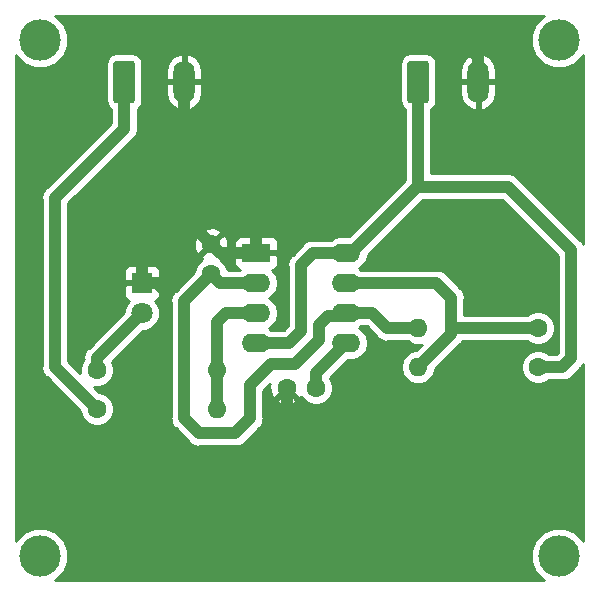
<source format=gbl>
G04 #@! TF.GenerationSoftware,KiCad,Pcbnew,5.0.2-bee76a0~70~ubuntu18.04.1*
G04 #@! TF.CreationDate,2019-02-10T19:22:37-02:00*
G04 #@! TF.ProjectId,555-Oscilador-pisca-r01,3535352d-4f73-4636-996c-61646f722d70,rev?*
G04 #@! TF.SameCoordinates,Original*
G04 #@! TF.FileFunction,Copper,L2,Bot*
G04 #@! TF.FilePolarity,Positive*
%FSLAX46Y46*%
G04 Gerber Fmt 4.6, Leading zero omitted, Abs format (unit mm)*
G04 Created by KiCad (PCBNEW 5.0.2-bee76a0~70~ubuntu18.04.1) date dom 10 fev 2019 19:22:37 -02*
%MOMM*%
%LPD*%
G01*
G04 APERTURE LIST*
G04 #@! TA.AperFunction,ComponentPad*
%ADD10C,1.600000*%
G04 #@! TD*
G04 #@! TA.AperFunction,ComponentPad*
%ADD11O,1.600000X1.600000*%
G04 #@! TD*
G04 #@! TA.AperFunction,ComponentPad*
%ADD12O,1.800000X3.600000*%
G04 #@! TD*
G04 #@! TA.AperFunction,Conductor*
%ADD13C,0.100000*%
G04 #@! TD*
G04 #@! TA.AperFunction,ComponentPad*
%ADD14C,1.800000*%
G04 #@! TD*
G04 #@! TA.AperFunction,ComponentPad*
%ADD15R,1.800000X1.800000*%
G04 #@! TD*
G04 #@! TA.AperFunction,ComponentPad*
%ADD16R,2.400000X1.600000*%
G04 #@! TD*
G04 #@! TA.AperFunction,ComponentPad*
%ADD17O,2.400000X1.600000*%
G04 #@! TD*
G04 #@! TA.AperFunction,ViaPad*
%ADD18C,3.500000*%
G04 #@! TD*
G04 #@! TA.AperFunction,Conductor*
%ADD19C,1.000000*%
G04 #@! TD*
G04 #@! TA.AperFunction,Conductor*
%ADD20C,0.254000*%
G04 #@! TD*
G04 APERTURE END LIST*
D10*
G04 #@! TO.P,R4,1*
G04 #@! TO.N,Net-(R1-Pad2)*
X161036000Y-111252000D03*
D11*
G04 #@! TO.P,R4,2*
G04 #@! TO.N,Net-(C1-Pad1)*
X150876000Y-111252000D03*
G04 #@! TD*
D12*
G04 #@! TO.P,J2,2*
G04 #@! TO.N,GND*
X155956000Y-90424000D03*
D13*
G04 #@! TD*
G04 #@! TO.N,VDC*
G04 #@! TO.C,J2*
G36*
X151550504Y-88625204D02*
X151574773Y-88628804D01*
X151598571Y-88634765D01*
X151621671Y-88643030D01*
X151643849Y-88653520D01*
X151664893Y-88666133D01*
X151684598Y-88680747D01*
X151702777Y-88697223D01*
X151719253Y-88715402D01*
X151733867Y-88735107D01*
X151746480Y-88756151D01*
X151756970Y-88778329D01*
X151765235Y-88801429D01*
X151771196Y-88825227D01*
X151774796Y-88849496D01*
X151776000Y-88874000D01*
X151776000Y-91974000D01*
X151774796Y-91998504D01*
X151771196Y-92022773D01*
X151765235Y-92046571D01*
X151756970Y-92069671D01*
X151746480Y-92091849D01*
X151733867Y-92112893D01*
X151719253Y-92132598D01*
X151702777Y-92150777D01*
X151684598Y-92167253D01*
X151664893Y-92181867D01*
X151643849Y-92194480D01*
X151621671Y-92204970D01*
X151598571Y-92213235D01*
X151574773Y-92219196D01*
X151550504Y-92222796D01*
X151526000Y-92224000D01*
X150226000Y-92224000D01*
X150201496Y-92222796D01*
X150177227Y-92219196D01*
X150153429Y-92213235D01*
X150130329Y-92204970D01*
X150108151Y-92194480D01*
X150087107Y-92181867D01*
X150067402Y-92167253D01*
X150049223Y-92150777D01*
X150032747Y-92132598D01*
X150018133Y-92112893D01*
X150005520Y-92091849D01*
X149995030Y-92069671D01*
X149986765Y-92046571D01*
X149980804Y-92022773D01*
X149977204Y-91998504D01*
X149976000Y-91974000D01*
X149976000Y-88874000D01*
X149977204Y-88849496D01*
X149980804Y-88825227D01*
X149986765Y-88801429D01*
X149995030Y-88778329D01*
X150005520Y-88756151D01*
X150018133Y-88735107D01*
X150032747Y-88715402D01*
X150049223Y-88697223D01*
X150067402Y-88680747D01*
X150087107Y-88666133D01*
X150108151Y-88653520D01*
X150130329Y-88643030D01*
X150153429Y-88634765D01*
X150177227Y-88628804D01*
X150201496Y-88625204D01*
X150226000Y-88624000D01*
X151526000Y-88624000D01*
X151550504Y-88625204D01*
X151550504Y-88625204D01*
G37*
D14*
G04 #@! TO.P,J2,1*
G04 #@! TO.N,VDC*
X150876000Y-90424000D03*
G04 #@! TD*
D13*
G04 #@! TO.N,Net-(J1-Pad1)*
G04 #@! TO.C,J1*
G36*
X126658504Y-88625204D02*
X126682773Y-88628804D01*
X126706571Y-88634765D01*
X126729671Y-88643030D01*
X126751849Y-88653520D01*
X126772893Y-88666133D01*
X126792598Y-88680747D01*
X126810777Y-88697223D01*
X126827253Y-88715402D01*
X126841867Y-88735107D01*
X126854480Y-88756151D01*
X126864970Y-88778329D01*
X126873235Y-88801429D01*
X126879196Y-88825227D01*
X126882796Y-88849496D01*
X126884000Y-88874000D01*
X126884000Y-91974000D01*
X126882796Y-91998504D01*
X126879196Y-92022773D01*
X126873235Y-92046571D01*
X126864970Y-92069671D01*
X126854480Y-92091849D01*
X126841867Y-92112893D01*
X126827253Y-92132598D01*
X126810777Y-92150777D01*
X126792598Y-92167253D01*
X126772893Y-92181867D01*
X126751849Y-92194480D01*
X126729671Y-92204970D01*
X126706571Y-92213235D01*
X126682773Y-92219196D01*
X126658504Y-92222796D01*
X126634000Y-92224000D01*
X125334000Y-92224000D01*
X125309496Y-92222796D01*
X125285227Y-92219196D01*
X125261429Y-92213235D01*
X125238329Y-92204970D01*
X125216151Y-92194480D01*
X125195107Y-92181867D01*
X125175402Y-92167253D01*
X125157223Y-92150777D01*
X125140747Y-92132598D01*
X125126133Y-92112893D01*
X125113520Y-92091849D01*
X125103030Y-92069671D01*
X125094765Y-92046571D01*
X125088804Y-92022773D01*
X125085204Y-91998504D01*
X125084000Y-91974000D01*
X125084000Y-88874000D01*
X125085204Y-88849496D01*
X125088804Y-88825227D01*
X125094765Y-88801429D01*
X125103030Y-88778329D01*
X125113520Y-88756151D01*
X125126133Y-88735107D01*
X125140747Y-88715402D01*
X125157223Y-88697223D01*
X125175402Y-88680747D01*
X125195107Y-88666133D01*
X125216151Y-88653520D01*
X125238329Y-88643030D01*
X125261429Y-88634765D01*
X125285227Y-88628804D01*
X125309496Y-88625204D01*
X125334000Y-88624000D01*
X126634000Y-88624000D01*
X126658504Y-88625204D01*
X126658504Y-88625204D01*
G37*
D14*
G04 #@! TD*
G04 #@! TO.P,J1,1*
G04 #@! TO.N,Net-(J1-Pad1)*
X125984000Y-90424000D03*
D12*
G04 #@! TO.P,J1,2*
G04 #@! TO.N,GND*
X131064000Y-90424000D03*
G04 #@! TD*
D10*
G04 #@! TO.P,C2,2*
G04 #@! TO.N,GND*
X139740000Y-116332000D03*
G04 #@! TO.P,C2,1*
G04 #@! TO.N,Net-(C2-Pad1)*
X142240000Y-116332000D03*
G04 #@! TD*
G04 #@! TO.P,C1,1*
G04 #@! TO.N,Net-(C1-Pad1)*
X133350000Y-106680000D03*
G04 #@! TO.P,C1,2*
G04 #@! TO.N,GND*
X133350000Y-104180000D03*
G04 #@! TD*
D15*
G04 #@! TO.P,D3,1*
G04 #@! TO.N,GND*
X127508000Y-107442000D03*
D14*
G04 #@! TO.P,D3,2*
G04 #@! TO.N,Net-(D3-Pad2)*
X127508000Y-109982000D03*
G04 #@! TD*
D16*
G04 #@! TO.P,U1,1*
G04 #@! TO.N,GND*
X137160000Y-104902000D03*
D17*
G04 #@! TO.P,U1,5*
G04 #@! TO.N,Net-(C2-Pad1)*
X144780000Y-112522000D03*
G04 #@! TO.P,U1,2*
G04 #@! TO.N,Net-(C1-Pad1)*
X137160000Y-107442000D03*
G04 #@! TO.P,U1,6*
X144780000Y-109982000D03*
G04 #@! TO.P,U1,3*
G04 #@! TO.N,Net-(R2-Pad2)*
X137160000Y-109982000D03*
G04 #@! TO.P,U1,7*
G04 #@! TO.N,Net-(R1-Pad2)*
X144780000Y-107442000D03*
G04 #@! TO.P,U1,4*
G04 #@! TO.N,VDC*
X137160000Y-112522000D03*
G04 #@! TO.P,U1,8*
X144780000Y-104902000D03*
G04 #@! TD*
D10*
G04 #@! TO.P,R3,1*
G04 #@! TO.N,Net-(J1-Pad1)*
X123698000Y-118110000D03*
D11*
G04 #@! TO.P,R3,2*
G04 #@! TO.N,Net-(R2-Pad2)*
X133858000Y-118110000D03*
G04 #@! TD*
G04 #@! TO.P,R2,2*
G04 #@! TO.N,Net-(R2-Pad2)*
X133858000Y-114808000D03*
D10*
G04 #@! TO.P,R2,1*
G04 #@! TO.N,Net-(D3-Pad2)*
X123698000Y-114808000D03*
G04 #@! TD*
G04 #@! TO.P,R1,1*
G04 #@! TO.N,VDC*
X161036000Y-114554000D03*
D11*
G04 #@! TO.P,R1,2*
G04 #@! TO.N,Net-(R1-Pad2)*
X150876000Y-114554000D03*
G04 #@! TD*
D18*
G04 #@! TO.N,*
X118872000Y-130556000D03*
X162814000Y-130556000D03*
X162814000Y-86868000D03*
X118872000Y-86868000D03*
G04 #@! TD*
D19*
G04 #@! TO.N,VDC*
X161036000Y-114554000D02*
X163068000Y-114554000D01*
X163068000Y-114554000D02*
X163830000Y-113792000D01*
X163830000Y-104648000D02*
X163830000Y-113792000D01*
X158456000Y-99274000D02*
X163830000Y-104648000D01*
X137160000Y-112522000D02*
X137560000Y-112522000D01*
X137560000Y-112522000D02*
X139954000Y-112522000D01*
X139954000Y-112522000D02*
X140970000Y-111506000D01*
X140970000Y-111506000D02*
X140970000Y-108312000D01*
X140970000Y-105918000D02*
X140970000Y-108312000D01*
X144780000Y-104902000D02*
X141986000Y-104902000D01*
X141986000Y-104902000D02*
X140970000Y-105918000D01*
X145180000Y-104902000D02*
X144780000Y-104902000D01*
X150876000Y-99206000D02*
X145180000Y-104902000D01*
X150876000Y-90424000D02*
X150876000Y-99206000D01*
X150944000Y-99274000D02*
X150876000Y-99206000D01*
X158456000Y-99274000D02*
X150944000Y-99274000D01*
G04 #@! TO.N,Net-(R2-Pad2)*
X133858000Y-118110000D02*
X133858000Y-114808000D01*
X137160000Y-109982000D02*
X134620000Y-109982000D01*
X133858000Y-110744000D02*
X133858000Y-114808000D01*
X134620000Y-109982000D02*
X133858000Y-110744000D01*
G04 #@! TO.N,Net-(D3-Pad2)*
X123698000Y-113792000D02*
X127508000Y-109982000D01*
X123698000Y-114808000D02*
X123698000Y-113792000D01*
G04 #@! TO.N,Net-(J1-Pad1)*
X125985001Y-94370001D02*
X120142000Y-100213002D01*
X125985001Y-91870001D02*
X125985001Y-94370001D01*
X120142000Y-100213002D02*
X120142000Y-114554000D01*
X120142000Y-114554000D02*
X123698000Y-118110000D01*
G04 #@! TO.N,Net-(C1-Pad1)*
X134112000Y-107442000D02*
X133350000Y-106680000D01*
X137160000Y-107442000D02*
X134112000Y-107442000D01*
X131064000Y-118872000D02*
X131064000Y-108966000D01*
X136652000Y-118872000D02*
X135382000Y-120142000D01*
X136652000Y-116078000D02*
X136652000Y-118872000D01*
X135382000Y-120142000D02*
X132334000Y-120142000D01*
X138430000Y-114300000D02*
X136652000Y-116078000D01*
X140462000Y-114300000D02*
X138430000Y-114300000D01*
X144780000Y-109982000D02*
X144191070Y-109982000D01*
X131064000Y-108966000D02*
X133350000Y-106680000D01*
X143937070Y-110236000D02*
X143256000Y-110236000D01*
X132334000Y-120142000D02*
X131064000Y-118872000D01*
X143256000Y-110236000D02*
X142494000Y-110998000D01*
X142494000Y-110998000D02*
X142494000Y-112268000D01*
X144191070Y-109982000D02*
X143937070Y-110236000D01*
X142494000Y-112268000D02*
X140462000Y-114300000D01*
X146980000Y-109982000D02*
X144780000Y-109982000D01*
X150876000Y-111252000D02*
X148250000Y-111252000D01*
X148250000Y-111252000D02*
X146980000Y-109982000D01*
G04 #@! TO.N,GND*
X131065001Y-101895001D02*
X133350000Y-104180000D01*
X131065001Y-91870001D02*
X131065001Y-101895001D01*
X127508000Y-105542000D02*
X131065001Y-101984999D01*
X131065001Y-101984999D02*
X131065001Y-101895001D01*
X127508000Y-107442000D02*
X127508000Y-105542000D01*
X134072000Y-104902000D02*
X133350000Y-104180000D01*
X137160000Y-104902000D02*
X134072000Y-104902000D01*
X128778000Y-107442000D02*
X129540000Y-108204000D01*
X127508000Y-107442000D02*
X128778000Y-107442000D01*
X129540000Y-108204000D02*
X129540000Y-120904000D01*
X129540000Y-120904000D02*
X130810000Y-122174000D01*
X139740000Y-120356000D02*
X139740000Y-116332000D01*
X130810000Y-122174000D02*
X137922000Y-122174000D01*
X137922000Y-122174000D02*
X139740000Y-120356000D01*
X140208000Y-87122000D02*
X137160000Y-90170000D01*
X154775320Y-87122000D02*
X140208000Y-87122000D01*
X137160000Y-90170000D02*
X137160000Y-104902000D01*
X155956000Y-90424000D02*
X155956000Y-88302680D01*
X155956000Y-88302680D02*
X154775320Y-87122000D01*
G04 #@! TO.N,Net-(C2-Pad1)*
X142240000Y-115062000D02*
X144780000Y-112522000D01*
X142240000Y-116332000D02*
X142240000Y-115062000D01*
G04 #@! TO.N,Net-(R1-Pad2)*
X152400000Y-107442000D02*
X144780000Y-107442000D01*
X153670000Y-108712000D02*
X152400000Y-107442000D01*
X150876000Y-114554000D02*
X153670000Y-111760000D01*
X161036000Y-111252000D02*
X153670000Y-111252000D01*
X153670000Y-111760000D02*
X153670000Y-111252000D01*
X153670000Y-111252000D02*
X153670000Y-108712000D01*
G04 #@! TD*
D20*
G04 #@! TO.N,GND*
G36*
X161463006Y-84846095D02*
X160792095Y-85517006D01*
X160429000Y-86393594D01*
X160429000Y-87342406D01*
X160792095Y-88218994D01*
X161463006Y-88889905D01*
X162339594Y-89253000D01*
X163288406Y-89253000D01*
X164164994Y-88889905D01*
X164835905Y-88218994D01*
X164873000Y-88129439D01*
X164873000Y-104166016D01*
X164818006Y-104083711D01*
X164648289Y-103829711D01*
X164553522Y-103766390D01*
X159337613Y-98550482D01*
X159274289Y-98455711D01*
X158898855Y-98204854D01*
X158567783Y-98139000D01*
X158456000Y-98116765D01*
X158344217Y-98139000D01*
X152011000Y-98139000D01*
X152011000Y-92708536D01*
X152160586Y-92608586D01*
X152355126Y-92317435D01*
X152423440Y-91974000D01*
X152423440Y-90551000D01*
X154421000Y-90551000D01*
X154421000Y-91451000D01*
X154586446Y-92028752D01*
X154960394Y-92499212D01*
X155485914Y-92790756D01*
X155591260Y-92815036D01*
X155829000Y-92694378D01*
X155829000Y-90551000D01*
X156083000Y-90551000D01*
X156083000Y-92694378D01*
X156320740Y-92815036D01*
X156426086Y-92790756D01*
X156951606Y-92499212D01*
X157325554Y-92028752D01*
X157491000Y-91451000D01*
X157491000Y-90551000D01*
X156083000Y-90551000D01*
X155829000Y-90551000D01*
X154421000Y-90551000D01*
X152423440Y-90551000D01*
X152423440Y-89397000D01*
X154421000Y-89397000D01*
X154421000Y-90297000D01*
X155829000Y-90297000D01*
X155829000Y-88153622D01*
X156083000Y-88153622D01*
X156083000Y-90297000D01*
X157491000Y-90297000D01*
X157491000Y-89397000D01*
X157325554Y-88819248D01*
X156951606Y-88348788D01*
X156426086Y-88057244D01*
X156320740Y-88032964D01*
X156083000Y-88153622D01*
X155829000Y-88153622D01*
X155591260Y-88032964D01*
X155485914Y-88057244D01*
X154960394Y-88348788D01*
X154586446Y-88819248D01*
X154421000Y-89397000D01*
X152423440Y-89397000D01*
X152423440Y-88874000D01*
X152355126Y-88530565D01*
X152160586Y-88239414D01*
X151869435Y-88044874D01*
X151526000Y-87976560D01*
X150226000Y-87976560D01*
X149882565Y-88044874D01*
X149591414Y-88239414D01*
X149396874Y-88530565D01*
X149328560Y-88874000D01*
X149328560Y-91974000D01*
X149396874Y-92317435D01*
X149591414Y-92608586D01*
X149741000Y-92708536D01*
X149741001Y-98735867D01*
X145009869Y-103467000D01*
X144238667Y-103467000D01*
X143820091Y-103550260D01*
X143495717Y-103767000D01*
X142097783Y-103767000D01*
X141986000Y-103744765D01*
X141874217Y-103767000D01*
X141543145Y-103832854D01*
X141167711Y-104083711D01*
X141104389Y-104178479D01*
X140246481Y-105036387D01*
X140151711Y-105099711D01*
X139928438Y-105433864D01*
X139900854Y-105475146D01*
X139812765Y-105918000D01*
X139835000Y-106029783D01*
X139835001Y-108200217D01*
X139835000Y-111035868D01*
X139483869Y-111387000D01*
X138444283Y-111387000D01*
X138242242Y-111252000D01*
X138594577Y-111016577D01*
X138911740Y-110541909D01*
X139023113Y-109982000D01*
X138911740Y-109422091D01*
X138594577Y-108947423D01*
X138242242Y-108712000D01*
X138594577Y-108476577D01*
X138911740Y-108001909D01*
X139023113Y-107442000D01*
X138911740Y-106882091D01*
X138594577Y-106407423D01*
X138488082Y-106336265D01*
X138719698Y-106240327D01*
X138898327Y-106061699D01*
X138995000Y-105828310D01*
X138995000Y-105187750D01*
X138836250Y-105029000D01*
X137287000Y-105029000D01*
X137287000Y-105049000D01*
X137033000Y-105049000D01*
X137033000Y-105029000D01*
X135483750Y-105029000D01*
X135325000Y-105187750D01*
X135325000Y-105828310D01*
X135421673Y-106061699D01*
X135600302Y-106240327D01*
X135761265Y-106307000D01*
X134748731Y-106307000D01*
X134566534Y-105867138D01*
X134162862Y-105463466D01*
X134097701Y-105436475D01*
X134104005Y-105433864D01*
X134178139Y-105187745D01*
X133350000Y-104359605D01*
X132521861Y-105187745D01*
X132595995Y-105433864D01*
X132602746Y-105436290D01*
X132537138Y-105463466D01*
X132133466Y-105867138D01*
X131915000Y-106394561D01*
X131915000Y-106509868D01*
X130340480Y-108084389D01*
X130245712Y-108147711D01*
X130061247Y-108423783D01*
X129994854Y-108523146D01*
X129906765Y-108966000D01*
X129929001Y-109077788D01*
X129929000Y-118760217D01*
X129906765Y-118872000D01*
X129933618Y-119007000D01*
X129994854Y-119314854D01*
X130245711Y-119690289D01*
X130340482Y-119753613D01*
X131452389Y-120865521D01*
X131515711Y-120960289D01*
X131891145Y-121211146D01*
X132333999Y-121299235D01*
X132445782Y-121277000D01*
X135270217Y-121277000D01*
X135382000Y-121299235D01*
X135493783Y-121277000D01*
X135824855Y-121211146D01*
X136200289Y-120960289D01*
X136263613Y-120865518D01*
X137375521Y-119753611D01*
X137470289Y-119690289D01*
X137721146Y-119314855D01*
X137787000Y-118983783D01*
X137787000Y-118983782D01*
X137809235Y-118872001D01*
X137787000Y-118760218D01*
X137787000Y-117339745D01*
X138911861Y-117339745D01*
X138985995Y-117585864D01*
X139523223Y-117778965D01*
X140093454Y-117751778D01*
X140494005Y-117585864D01*
X140568139Y-117339745D01*
X139740000Y-116511605D01*
X138911861Y-117339745D01*
X137787000Y-117339745D01*
X137787000Y-116548131D01*
X138334069Y-116001063D01*
X138293035Y-116115223D01*
X138320222Y-116685454D01*
X138486136Y-117086005D01*
X138732255Y-117160139D01*
X139560395Y-116332000D01*
X139546252Y-116317858D01*
X139725858Y-116138252D01*
X139740000Y-116152395D01*
X139754142Y-116138252D01*
X139933748Y-116317858D01*
X139919605Y-116332000D01*
X140747745Y-117160139D01*
X140993864Y-117086005D01*
X140996290Y-117079254D01*
X141023466Y-117144862D01*
X141427138Y-117548534D01*
X141954561Y-117767000D01*
X142525439Y-117767000D01*
X143052862Y-117548534D01*
X143456534Y-117144862D01*
X143675000Y-116617439D01*
X143675000Y-116046561D01*
X143456534Y-115519138D01*
X143422264Y-115484868D01*
X144950132Y-113957000D01*
X145321333Y-113957000D01*
X145739909Y-113873740D01*
X146214577Y-113556577D01*
X146531740Y-113081909D01*
X146643113Y-112522000D01*
X146531740Y-111962091D01*
X146214577Y-111487423D01*
X145862242Y-111252000D01*
X146064283Y-111117000D01*
X146509869Y-111117000D01*
X147368389Y-111975521D01*
X147431711Y-112070289D01*
X147755409Y-112286577D01*
X147807145Y-112321146D01*
X148249999Y-112409235D01*
X148361782Y-112387000D01*
X149991717Y-112387000D01*
X150316091Y-112603740D01*
X150734667Y-112687000D01*
X151017333Y-112687000D01*
X151167798Y-112657071D01*
X150698718Y-113126151D01*
X150316091Y-113202260D01*
X149841423Y-113519423D01*
X149524260Y-113994091D01*
X149412887Y-114554000D01*
X149524260Y-115113909D01*
X149841423Y-115588577D01*
X150316091Y-115905740D01*
X150734667Y-115989000D01*
X151017333Y-115989000D01*
X151435909Y-115905740D01*
X151910577Y-115588577D01*
X152227740Y-115113909D01*
X152303849Y-114731282D01*
X154393521Y-112641610D01*
X154488289Y-112578289D01*
X154616104Y-112387000D01*
X160141604Y-112387000D01*
X160223138Y-112468534D01*
X160750561Y-112687000D01*
X161321439Y-112687000D01*
X161848862Y-112468534D01*
X162252534Y-112064862D01*
X162471000Y-111537439D01*
X162471000Y-110966561D01*
X162252534Y-110439138D01*
X161848862Y-110035466D01*
X161321439Y-109817000D01*
X160750561Y-109817000D01*
X160223138Y-110035466D01*
X160141604Y-110117000D01*
X154805000Y-110117000D01*
X154805000Y-108823782D01*
X154827235Y-108711999D01*
X154739146Y-108269145D01*
X154658006Y-108147711D01*
X154488289Y-107893711D01*
X154393521Y-107830389D01*
X153281613Y-106718482D01*
X153218289Y-106623711D01*
X152842855Y-106372854D01*
X152511783Y-106307000D01*
X152400000Y-106284765D01*
X152288217Y-106307000D01*
X146064283Y-106307000D01*
X145862242Y-106172000D01*
X146214577Y-105936577D01*
X146531740Y-105461909D01*
X146607849Y-105079282D01*
X151278132Y-100409000D01*
X157985869Y-100409000D01*
X162695000Y-105118132D01*
X162695001Y-113321868D01*
X162597869Y-113419000D01*
X161930396Y-113419000D01*
X161848862Y-113337466D01*
X161321439Y-113119000D01*
X160750561Y-113119000D01*
X160223138Y-113337466D01*
X159819466Y-113741138D01*
X159601000Y-114268561D01*
X159601000Y-114839439D01*
X159819466Y-115366862D01*
X160223138Y-115770534D01*
X160750561Y-115989000D01*
X161321439Y-115989000D01*
X161848862Y-115770534D01*
X161930396Y-115689000D01*
X162956217Y-115689000D01*
X163068000Y-115711235D01*
X163179783Y-115689000D01*
X163510855Y-115623146D01*
X163886289Y-115372289D01*
X163949613Y-115277519D01*
X164553521Y-114673611D01*
X164648289Y-114610289D01*
X164873001Y-114273984D01*
X164873001Y-129294563D01*
X164835905Y-129205006D01*
X164164994Y-128534095D01*
X163288406Y-128171000D01*
X162339594Y-128171000D01*
X161463006Y-128534095D01*
X160792095Y-129205006D01*
X160429000Y-130081594D01*
X160429000Y-131030406D01*
X160792095Y-131906994D01*
X161463006Y-132577905D01*
X161552561Y-132615000D01*
X120133439Y-132615000D01*
X120222994Y-132577905D01*
X120893905Y-131906994D01*
X121257000Y-131030406D01*
X121257000Y-130081594D01*
X120893905Y-129205006D01*
X120222994Y-128534095D01*
X119346406Y-128171000D01*
X118397594Y-128171000D01*
X117521006Y-128534095D01*
X116850095Y-129205006D01*
X116813000Y-129294561D01*
X116813000Y-100213002D01*
X118984765Y-100213002D01*
X119007000Y-100324785D01*
X119007001Y-114442212D01*
X118984765Y-114554000D01*
X119072854Y-114996854D01*
X119127165Y-115078136D01*
X119323712Y-115372289D01*
X119418480Y-115435611D01*
X122263000Y-118280132D01*
X122263000Y-118395439D01*
X122481466Y-118922862D01*
X122885138Y-119326534D01*
X123412561Y-119545000D01*
X123983439Y-119545000D01*
X124510862Y-119326534D01*
X124914534Y-118922862D01*
X125133000Y-118395439D01*
X125133000Y-117824561D01*
X124914534Y-117297138D01*
X124510862Y-116893466D01*
X123983439Y-116675000D01*
X123868132Y-116675000D01*
X123436132Y-116243000D01*
X123983439Y-116243000D01*
X124510862Y-116024534D01*
X124914534Y-115620862D01*
X125133000Y-115093439D01*
X125133000Y-114522561D01*
X124968854Y-114126277D01*
X127578132Y-111517000D01*
X127813330Y-111517000D01*
X128377507Y-111283310D01*
X128809310Y-110851507D01*
X129043000Y-110287330D01*
X129043000Y-109676670D01*
X128809310Y-109112493D01*
X128632956Y-108936139D01*
X128767699Y-108880327D01*
X128946327Y-108701698D01*
X129043000Y-108468309D01*
X129043000Y-107727750D01*
X128884250Y-107569000D01*
X127635000Y-107569000D01*
X127635000Y-107589000D01*
X127381000Y-107589000D01*
X127381000Y-107569000D01*
X126131750Y-107569000D01*
X125973000Y-107727750D01*
X125973000Y-108468309D01*
X126069673Y-108701698D01*
X126248301Y-108880327D01*
X126383044Y-108936139D01*
X126206690Y-109112493D01*
X125973000Y-109676670D01*
X125973000Y-109911868D01*
X122974480Y-112910389D01*
X122879712Y-112973711D01*
X122628854Y-113349145D01*
X122628854Y-113349146D01*
X122540765Y-113792000D01*
X122563000Y-113903783D01*
X122563000Y-113913604D01*
X122481466Y-113995138D01*
X122263000Y-114522561D01*
X122263000Y-115069869D01*
X121277000Y-114083869D01*
X121277000Y-106415691D01*
X125973000Y-106415691D01*
X125973000Y-107156250D01*
X126131750Y-107315000D01*
X127381000Y-107315000D01*
X127381000Y-106065750D01*
X127635000Y-106065750D01*
X127635000Y-107315000D01*
X128884250Y-107315000D01*
X129043000Y-107156250D01*
X129043000Y-106415691D01*
X128946327Y-106182302D01*
X128767699Y-106003673D01*
X128534310Y-105907000D01*
X127793750Y-105907000D01*
X127635000Y-106065750D01*
X127381000Y-106065750D01*
X127222250Y-105907000D01*
X126481690Y-105907000D01*
X126248301Y-106003673D01*
X126069673Y-106182302D01*
X125973000Y-106415691D01*
X121277000Y-106415691D01*
X121277000Y-103963223D01*
X131903035Y-103963223D01*
X131930222Y-104533454D01*
X132096136Y-104934005D01*
X132342255Y-105008139D01*
X133170395Y-104180000D01*
X133529605Y-104180000D01*
X134357745Y-105008139D01*
X134603864Y-104934005D01*
X134796965Y-104396777D01*
X134776889Y-103975690D01*
X135325000Y-103975690D01*
X135325000Y-104616250D01*
X135483750Y-104775000D01*
X137033000Y-104775000D01*
X137033000Y-103625750D01*
X137287000Y-103625750D01*
X137287000Y-104775000D01*
X138836250Y-104775000D01*
X138995000Y-104616250D01*
X138995000Y-103975690D01*
X138898327Y-103742301D01*
X138719698Y-103563673D01*
X138486309Y-103467000D01*
X137445750Y-103467000D01*
X137287000Y-103625750D01*
X137033000Y-103625750D01*
X136874250Y-103467000D01*
X135833691Y-103467000D01*
X135600302Y-103563673D01*
X135421673Y-103742301D01*
X135325000Y-103975690D01*
X134776889Y-103975690D01*
X134769778Y-103826546D01*
X134603864Y-103425995D01*
X134357745Y-103351861D01*
X133529605Y-104180000D01*
X133170395Y-104180000D01*
X132342255Y-103351861D01*
X132096136Y-103425995D01*
X131903035Y-103963223D01*
X121277000Y-103963223D01*
X121277000Y-103172255D01*
X132521861Y-103172255D01*
X133350000Y-104000395D01*
X134178139Y-103172255D01*
X134104005Y-102926136D01*
X133566777Y-102733035D01*
X132996546Y-102760222D01*
X132595995Y-102926136D01*
X132521861Y-103172255D01*
X121277000Y-103172255D01*
X121277000Y-100683133D01*
X126708522Y-95251612D01*
X126803290Y-95188290D01*
X127054147Y-94812856D01*
X127120001Y-94481784D01*
X127142236Y-94370002D01*
X127120001Y-94258220D01*
X127120001Y-92707867D01*
X127268586Y-92608586D01*
X127463126Y-92317435D01*
X127531440Y-91974000D01*
X127531440Y-90551000D01*
X129529000Y-90551000D01*
X129529000Y-91451000D01*
X129694446Y-92028752D01*
X130068394Y-92499212D01*
X130593914Y-92790756D01*
X130699260Y-92815036D01*
X130937000Y-92694378D01*
X130937000Y-90551000D01*
X131191000Y-90551000D01*
X131191000Y-92694378D01*
X131428740Y-92815036D01*
X131534086Y-92790756D01*
X132059606Y-92499212D01*
X132433554Y-92028752D01*
X132599000Y-91451000D01*
X132599000Y-90551000D01*
X131191000Y-90551000D01*
X130937000Y-90551000D01*
X129529000Y-90551000D01*
X127531440Y-90551000D01*
X127531440Y-89397000D01*
X129529000Y-89397000D01*
X129529000Y-90297000D01*
X130937000Y-90297000D01*
X130937000Y-88153622D01*
X131191000Y-88153622D01*
X131191000Y-90297000D01*
X132599000Y-90297000D01*
X132599000Y-89397000D01*
X132433554Y-88819248D01*
X132059606Y-88348788D01*
X131534086Y-88057244D01*
X131428740Y-88032964D01*
X131191000Y-88153622D01*
X130937000Y-88153622D01*
X130699260Y-88032964D01*
X130593914Y-88057244D01*
X130068394Y-88348788D01*
X129694446Y-88819248D01*
X129529000Y-89397000D01*
X127531440Y-89397000D01*
X127531440Y-88874000D01*
X127463126Y-88530565D01*
X127268586Y-88239414D01*
X126977435Y-88044874D01*
X126634000Y-87976560D01*
X125334000Y-87976560D01*
X124990565Y-88044874D01*
X124699414Y-88239414D01*
X124504874Y-88530565D01*
X124436560Y-88874000D01*
X124436560Y-91974000D01*
X124504874Y-92317435D01*
X124699414Y-92608586D01*
X124850001Y-92709205D01*
X124850002Y-93899868D01*
X119418482Y-99331389D01*
X119323711Y-99394713D01*
X119108464Y-99716854D01*
X119072854Y-99770148D01*
X118984765Y-100213002D01*
X116813000Y-100213002D01*
X116813000Y-88129439D01*
X116850095Y-88218994D01*
X117521006Y-88889905D01*
X118397594Y-89253000D01*
X119346406Y-89253000D01*
X120222994Y-88889905D01*
X120893905Y-88218994D01*
X121257000Y-87342406D01*
X121257000Y-86393594D01*
X120893905Y-85517006D01*
X120222994Y-84846095D01*
X120133439Y-84809000D01*
X161552561Y-84809000D01*
X161463006Y-84846095D01*
X161463006Y-84846095D01*
G37*
X161463006Y-84846095D02*
X160792095Y-85517006D01*
X160429000Y-86393594D01*
X160429000Y-87342406D01*
X160792095Y-88218994D01*
X161463006Y-88889905D01*
X162339594Y-89253000D01*
X163288406Y-89253000D01*
X164164994Y-88889905D01*
X164835905Y-88218994D01*
X164873000Y-88129439D01*
X164873000Y-104166016D01*
X164818006Y-104083711D01*
X164648289Y-103829711D01*
X164553522Y-103766390D01*
X159337613Y-98550482D01*
X159274289Y-98455711D01*
X158898855Y-98204854D01*
X158567783Y-98139000D01*
X158456000Y-98116765D01*
X158344217Y-98139000D01*
X152011000Y-98139000D01*
X152011000Y-92708536D01*
X152160586Y-92608586D01*
X152355126Y-92317435D01*
X152423440Y-91974000D01*
X152423440Y-90551000D01*
X154421000Y-90551000D01*
X154421000Y-91451000D01*
X154586446Y-92028752D01*
X154960394Y-92499212D01*
X155485914Y-92790756D01*
X155591260Y-92815036D01*
X155829000Y-92694378D01*
X155829000Y-90551000D01*
X156083000Y-90551000D01*
X156083000Y-92694378D01*
X156320740Y-92815036D01*
X156426086Y-92790756D01*
X156951606Y-92499212D01*
X157325554Y-92028752D01*
X157491000Y-91451000D01*
X157491000Y-90551000D01*
X156083000Y-90551000D01*
X155829000Y-90551000D01*
X154421000Y-90551000D01*
X152423440Y-90551000D01*
X152423440Y-89397000D01*
X154421000Y-89397000D01*
X154421000Y-90297000D01*
X155829000Y-90297000D01*
X155829000Y-88153622D01*
X156083000Y-88153622D01*
X156083000Y-90297000D01*
X157491000Y-90297000D01*
X157491000Y-89397000D01*
X157325554Y-88819248D01*
X156951606Y-88348788D01*
X156426086Y-88057244D01*
X156320740Y-88032964D01*
X156083000Y-88153622D01*
X155829000Y-88153622D01*
X155591260Y-88032964D01*
X155485914Y-88057244D01*
X154960394Y-88348788D01*
X154586446Y-88819248D01*
X154421000Y-89397000D01*
X152423440Y-89397000D01*
X152423440Y-88874000D01*
X152355126Y-88530565D01*
X152160586Y-88239414D01*
X151869435Y-88044874D01*
X151526000Y-87976560D01*
X150226000Y-87976560D01*
X149882565Y-88044874D01*
X149591414Y-88239414D01*
X149396874Y-88530565D01*
X149328560Y-88874000D01*
X149328560Y-91974000D01*
X149396874Y-92317435D01*
X149591414Y-92608586D01*
X149741000Y-92708536D01*
X149741001Y-98735867D01*
X145009869Y-103467000D01*
X144238667Y-103467000D01*
X143820091Y-103550260D01*
X143495717Y-103767000D01*
X142097783Y-103767000D01*
X141986000Y-103744765D01*
X141874217Y-103767000D01*
X141543145Y-103832854D01*
X141167711Y-104083711D01*
X141104389Y-104178479D01*
X140246481Y-105036387D01*
X140151711Y-105099711D01*
X139928438Y-105433864D01*
X139900854Y-105475146D01*
X139812765Y-105918000D01*
X139835000Y-106029783D01*
X139835001Y-108200217D01*
X139835000Y-111035868D01*
X139483869Y-111387000D01*
X138444283Y-111387000D01*
X138242242Y-111252000D01*
X138594577Y-111016577D01*
X138911740Y-110541909D01*
X139023113Y-109982000D01*
X138911740Y-109422091D01*
X138594577Y-108947423D01*
X138242242Y-108712000D01*
X138594577Y-108476577D01*
X138911740Y-108001909D01*
X139023113Y-107442000D01*
X138911740Y-106882091D01*
X138594577Y-106407423D01*
X138488082Y-106336265D01*
X138719698Y-106240327D01*
X138898327Y-106061699D01*
X138995000Y-105828310D01*
X138995000Y-105187750D01*
X138836250Y-105029000D01*
X137287000Y-105029000D01*
X137287000Y-105049000D01*
X137033000Y-105049000D01*
X137033000Y-105029000D01*
X135483750Y-105029000D01*
X135325000Y-105187750D01*
X135325000Y-105828310D01*
X135421673Y-106061699D01*
X135600302Y-106240327D01*
X135761265Y-106307000D01*
X134748731Y-106307000D01*
X134566534Y-105867138D01*
X134162862Y-105463466D01*
X134097701Y-105436475D01*
X134104005Y-105433864D01*
X134178139Y-105187745D01*
X133350000Y-104359605D01*
X132521861Y-105187745D01*
X132595995Y-105433864D01*
X132602746Y-105436290D01*
X132537138Y-105463466D01*
X132133466Y-105867138D01*
X131915000Y-106394561D01*
X131915000Y-106509868D01*
X130340480Y-108084389D01*
X130245712Y-108147711D01*
X130061247Y-108423783D01*
X129994854Y-108523146D01*
X129906765Y-108966000D01*
X129929001Y-109077788D01*
X129929000Y-118760217D01*
X129906765Y-118872000D01*
X129933618Y-119007000D01*
X129994854Y-119314854D01*
X130245711Y-119690289D01*
X130340482Y-119753613D01*
X131452389Y-120865521D01*
X131515711Y-120960289D01*
X131891145Y-121211146D01*
X132333999Y-121299235D01*
X132445782Y-121277000D01*
X135270217Y-121277000D01*
X135382000Y-121299235D01*
X135493783Y-121277000D01*
X135824855Y-121211146D01*
X136200289Y-120960289D01*
X136263613Y-120865518D01*
X137375521Y-119753611D01*
X137470289Y-119690289D01*
X137721146Y-119314855D01*
X137787000Y-118983783D01*
X137787000Y-118983782D01*
X137809235Y-118872001D01*
X137787000Y-118760218D01*
X137787000Y-117339745D01*
X138911861Y-117339745D01*
X138985995Y-117585864D01*
X139523223Y-117778965D01*
X140093454Y-117751778D01*
X140494005Y-117585864D01*
X140568139Y-117339745D01*
X139740000Y-116511605D01*
X138911861Y-117339745D01*
X137787000Y-117339745D01*
X137787000Y-116548131D01*
X138334069Y-116001063D01*
X138293035Y-116115223D01*
X138320222Y-116685454D01*
X138486136Y-117086005D01*
X138732255Y-117160139D01*
X139560395Y-116332000D01*
X139546252Y-116317858D01*
X139725858Y-116138252D01*
X139740000Y-116152395D01*
X139754142Y-116138252D01*
X139933748Y-116317858D01*
X139919605Y-116332000D01*
X140747745Y-117160139D01*
X140993864Y-117086005D01*
X140996290Y-117079254D01*
X141023466Y-117144862D01*
X141427138Y-117548534D01*
X141954561Y-117767000D01*
X142525439Y-117767000D01*
X143052862Y-117548534D01*
X143456534Y-117144862D01*
X143675000Y-116617439D01*
X143675000Y-116046561D01*
X143456534Y-115519138D01*
X143422264Y-115484868D01*
X144950132Y-113957000D01*
X145321333Y-113957000D01*
X145739909Y-113873740D01*
X146214577Y-113556577D01*
X146531740Y-113081909D01*
X146643113Y-112522000D01*
X146531740Y-111962091D01*
X146214577Y-111487423D01*
X145862242Y-111252000D01*
X146064283Y-111117000D01*
X146509869Y-111117000D01*
X147368389Y-111975521D01*
X147431711Y-112070289D01*
X147755409Y-112286577D01*
X147807145Y-112321146D01*
X148249999Y-112409235D01*
X148361782Y-112387000D01*
X149991717Y-112387000D01*
X150316091Y-112603740D01*
X150734667Y-112687000D01*
X151017333Y-112687000D01*
X151167798Y-112657071D01*
X150698718Y-113126151D01*
X150316091Y-113202260D01*
X149841423Y-113519423D01*
X149524260Y-113994091D01*
X149412887Y-114554000D01*
X149524260Y-115113909D01*
X149841423Y-115588577D01*
X150316091Y-115905740D01*
X150734667Y-115989000D01*
X151017333Y-115989000D01*
X151435909Y-115905740D01*
X151910577Y-115588577D01*
X152227740Y-115113909D01*
X152303849Y-114731282D01*
X154393521Y-112641610D01*
X154488289Y-112578289D01*
X154616104Y-112387000D01*
X160141604Y-112387000D01*
X160223138Y-112468534D01*
X160750561Y-112687000D01*
X161321439Y-112687000D01*
X161848862Y-112468534D01*
X162252534Y-112064862D01*
X162471000Y-111537439D01*
X162471000Y-110966561D01*
X162252534Y-110439138D01*
X161848862Y-110035466D01*
X161321439Y-109817000D01*
X160750561Y-109817000D01*
X160223138Y-110035466D01*
X160141604Y-110117000D01*
X154805000Y-110117000D01*
X154805000Y-108823782D01*
X154827235Y-108711999D01*
X154739146Y-108269145D01*
X154658006Y-108147711D01*
X154488289Y-107893711D01*
X154393521Y-107830389D01*
X153281613Y-106718482D01*
X153218289Y-106623711D01*
X152842855Y-106372854D01*
X152511783Y-106307000D01*
X152400000Y-106284765D01*
X152288217Y-106307000D01*
X146064283Y-106307000D01*
X145862242Y-106172000D01*
X146214577Y-105936577D01*
X146531740Y-105461909D01*
X146607849Y-105079282D01*
X151278132Y-100409000D01*
X157985869Y-100409000D01*
X162695000Y-105118132D01*
X162695001Y-113321868D01*
X162597869Y-113419000D01*
X161930396Y-113419000D01*
X161848862Y-113337466D01*
X161321439Y-113119000D01*
X160750561Y-113119000D01*
X160223138Y-113337466D01*
X159819466Y-113741138D01*
X159601000Y-114268561D01*
X159601000Y-114839439D01*
X159819466Y-115366862D01*
X160223138Y-115770534D01*
X160750561Y-115989000D01*
X161321439Y-115989000D01*
X161848862Y-115770534D01*
X161930396Y-115689000D01*
X162956217Y-115689000D01*
X163068000Y-115711235D01*
X163179783Y-115689000D01*
X163510855Y-115623146D01*
X163886289Y-115372289D01*
X163949613Y-115277519D01*
X164553521Y-114673611D01*
X164648289Y-114610289D01*
X164873001Y-114273984D01*
X164873001Y-129294563D01*
X164835905Y-129205006D01*
X164164994Y-128534095D01*
X163288406Y-128171000D01*
X162339594Y-128171000D01*
X161463006Y-128534095D01*
X160792095Y-129205006D01*
X160429000Y-130081594D01*
X160429000Y-131030406D01*
X160792095Y-131906994D01*
X161463006Y-132577905D01*
X161552561Y-132615000D01*
X120133439Y-132615000D01*
X120222994Y-132577905D01*
X120893905Y-131906994D01*
X121257000Y-131030406D01*
X121257000Y-130081594D01*
X120893905Y-129205006D01*
X120222994Y-128534095D01*
X119346406Y-128171000D01*
X118397594Y-128171000D01*
X117521006Y-128534095D01*
X116850095Y-129205006D01*
X116813000Y-129294561D01*
X116813000Y-100213002D01*
X118984765Y-100213002D01*
X119007000Y-100324785D01*
X119007001Y-114442212D01*
X118984765Y-114554000D01*
X119072854Y-114996854D01*
X119127165Y-115078136D01*
X119323712Y-115372289D01*
X119418480Y-115435611D01*
X122263000Y-118280132D01*
X122263000Y-118395439D01*
X122481466Y-118922862D01*
X122885138Y-119326534D01*
X123412561Y-119545000D01*
X123983439Y-119545000D01*
X124510862Y-119326534D01*
X124914534Y-118922862D01*
X125133000Y-118395439D01*
X125133000Y-117824561D01*
X124914534Y-117297138D01*
X124510862Y-116893466D01*
X123983439Y-116675000D01*
X123868132Y-116675000D01*
X123436132Y-116243000D01*
X123983439Y-116243000D01*
X124510862Y-116024534D01*
X124914534Y-115620862D01*
X125133000Y-115093439D01*
X125133000Y-114522561D01*
X124968854Y-114126277D01*
X127578132Y-111517000D01*
X127813330Y-111517000D01*
X128377507Y-111283310D01*
X128809310Y-110851507D01*
X129043000Y-110287330D01*
X129043000Y-109676670D01*
X128809310Y-109112493D01*
X128632956Y-108936139D01*
X128767699Y-108880327D01*
X128946327Y-108701698D01*
X129043000Y-108468309D01*
X129043000Y-107727750D01*
X128884250Y-107569000D01*
X127635000Y-107569000D01*
X127635000Y-107589000D01*
X127381000Y-107589000D01*
X127381000Y-107569000D01*
X126131750Y-107569000D01*
X125973000Y-107727750D01*
X125973000Y-108468309D01*
X126069673Y-108701698D01*
X126248301Y-108880327D01*
X126383044Y-108936139D01*
X126206690Y-109112493D01*
X125973000Y-109676670D01*
X125973000Y-109911868D01*
X122974480Y-112910389D01*
X122879712Y-112973711D01*
X122628854Y-113349145D01*
X122628854Y-113349146D01*
X122540765Y-113792000D01*
X122563000Y-113903783D01*
X122563000Y-113913604D01*
X122481466Y-113995138D01*
X122263000Y-114522561D01*
X122263000Y-115069869D01*
X121277000Y-114083869D01*
X121277000Y-106415691D01*
X125973000Y-106415691D01*
X125973000Y-107156250D01*
X126131750Y-107315000D01*
X127381000Y-107315000D01*
X127381000Y-106065750D01*
X127635000Y-106065750D01*
X127635000Y-107315000D01*
X128884250Y-107315000D01*
X129043000Y-107156250D01*
X129043000Y-106415691D01*
X128946327Y-106182302D01*
X128767699Y-106003673D01*
X128534310Y-105907000D01*
X127793750Y-105907000D01*
X127635000Y-106065750D01*
X127381000Y-106065750D01*
X127222250Y-105907000D01*
X126481690Y-105907000D01*
X126248301Y-106003673D01*
X126069673Y-106182302D01*
X125973000Y-106415691D01*
X121277000Y-106415691D01*
X121277000Y-103963223D01*
X131903035Y-103963223D01*
X131930222Y-104533454D01*
X132096136Y-104934005D01*
X132342255Y-105008139D01*
X133170395Y-104180000D01*
X133529605Y-104180000D01*
X134357745Y-105008139D01*
X134603864Y-104934005D01*
X134796965Y-104396777D01*
X134776889Y-103975690D01*
X135325000Y-103975690D01*
X135325000Y-104616250D01*
X135483750Y-104775000D01*
X137033000Y-104775000D01*
X137033000Y-103625750D01*
X137287000Y-103625750D01*
X137287000Y-104775000D01*
X138836250Y-104775000D01*
X138995000Y-104616250D01*
X138995000Y-103975690D01*
X138898327Y-103742301D01*
X138719698Y-103563673D01*
X138486309Y-103467000D01*
X137445750Y-103467000D01*
X137287000Y-103625750D01*
X137033000Y-103625750D01*
X136874250Y-103467000D01*
X135833691Y-103467000D01*
X135600302Y-103563673D01*
X135421673Y-103742301D01*
X135325000Y-103975690D01*
X134776889Y-103975690D01*
X134769778Y-103826546D01*
X134603864Y-103425995D01*
X134357745Y-103351861D01*
X133529605Y-104180000D01*
X133170395Y-104180000D01*
X132342255Y-103351861D01*
X132096136Y-103425995D01*
X131903035Y-103963223D01*
X121277000Y-103963223D01*
X121277000Y-103172255D01*
X132521861Y-103172255D01*
X133350000Y-104000395D01*
X134178139Y-103172255D01*
X134104005Y-102926136D01*
X133566777Y-102733035D01*
X132996546Y-102760222D01*
X132595995Y-102926136D01*
X132521861Y-103172255D01*
X121277000Y-103172255D01*
X121277000Y-100683133D01*
X126708522Y-95251612D01*
X126803290Y-95188290D01*
X127054147Y-94812856D01*
X127120001Y-94481784D01*
X127142236Y-94370002D01*
X127120001Y-94258220D01*
X127120001Y-92707867D01*
X127268586Y-92608586D01*
X127463126Y-92317435D01*
X127531440Y-91974000D01*
X127531440Y-90551000D01*
X129529000Y-90551000D01*
X129529000Y-91451000D01*
X129694446Y-92028752D01*
X130068394Y-92499212D01*
X130593914Y-92790756D01*
X130699260Y-92815036D01*
X130937000Y-92694378D01*
X130937000Y-90551000D01*
X131191000Y-90551000D01*
X131191000Y-92694378D01*
X131428740Y-92815036D01*
X131534086Y-92790756D01*
X132059606Y-92499212D01*
X132433554Y-92028752D01*
X132599000Y-91451000D01*
X132599000Y-90551000D01*
X131191000Y-90551000D01*
X130937000Y-90551000D01*
X129529000Y-90551000D01*
X127531440Y-90551000D01*
X127531440Y-89397000D01*
X129529000Y-89397000D01*
X129529000Y-90297000D01*
X130937000Y-90297000D01*
X130937000Y-88153622D01*
X131191000Y-88153622D01*
X131191000Y-90297000D01*
X132599000Y-90297000D01*
X132599000Y-89397000D01*
X132433554Y-88819248D01*
X132059606Y-88348788D01*
X131534086Y-88057244D01*
X131428740Y-88032964D01*
X131191000Y-88153622D01*
X130937000Y-88153622D01*
X130699260Y-88032964D01*
X130593914Y-88057244D01*
X130068394Y-88348788D01*
X129694446Y-88819248D01*
X129529000Y-89397000D01*
X127531440Y-89397000D01*
X127531440Y-88874000D01*
X127463126Y-88530565D01*
X127268586Y-88239414D01*
X126977435Y-88044874D01*
X126634000Y-87976560D01*
X125334000Y-87976560D01*
X124990565Y-88044874D01*
X124699414Y-88239414D01*
X124504874Y-88530565D01*
X124436560Y-88874000D01*
X124436560Y-91974000D01*
X124504874Y-92317435D01*
X124699414Y-92608586D01*
X124850001Y-92709205D01*
X124850002Y-93899868D01*
X119418482Y-99331389D01*
X119323711Y-99394713D01*
X119108464Y-99716854D01*
X119072854Y-99770148D01*
X118984765Y-100213002D01*
X116813000Y-100213002D01*
X116813000Y-88129439D01*
X116850095Y-88218994D01*
X117521006Y-88889905D01*
X118397594Y-89253000D01*
X119346406Y-89253000D01*
X120222994Y-88889905D01*
X120893905Y-88218994D01*
X121257000Y-87342406D01*
X121257000Y-86393594D01*
X120893905Y-85517006D01*
X120222994Y-84846095D01*
X120133439Y-84809000D01*
X161552561Y-84809000D01*
X161463006Y-84846095D01*
G04 #@! TD*
M02*

</source>
